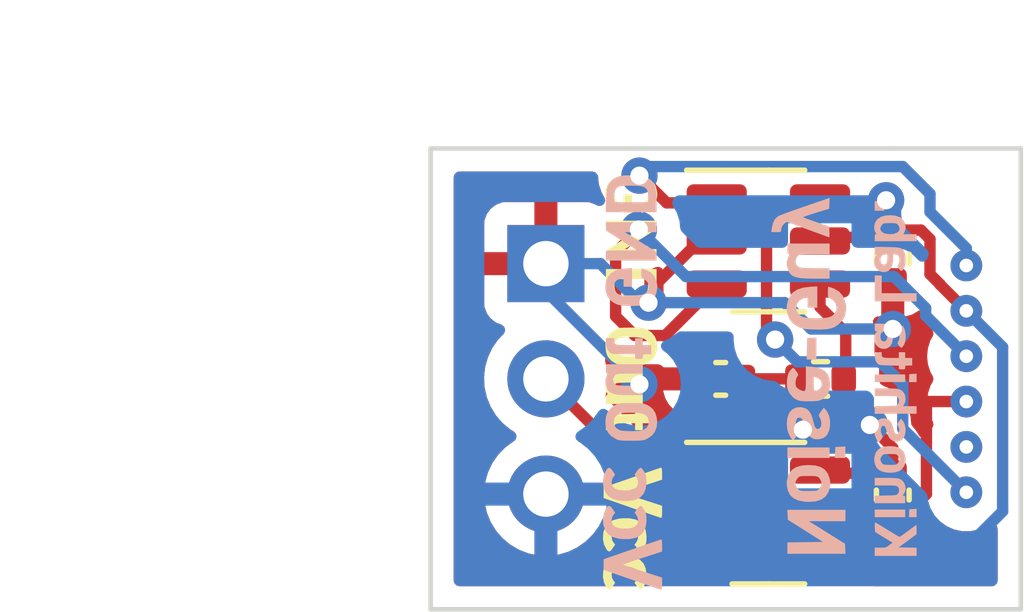
<source format=kicad_pcb>
(kicad_pcb (version 20211014) (generator pcbnew)
  (title_block (title "Noise-Guy") (date "2022-11-19") (rev "20221119") (company "Kinoshita Laboratory"))
  (layers (0 "F.Cu" signal) (31 "B.Cu" signal) (34 "B.Paste" user) (35 "F.Paste" user) (36 "B.SilkS" user "B.Silkscreen") (37 "F.SilkS" user "F.Silkscreen") (38 "B.Mask" user) (39 "F.Mask" user) (44 "Edge.Cuts" user))
  (net 0 "")
  (net 1 "VCC")
  (net 2 "GND")
  (net 3 "Net-(C3-Pad1)")
  (net 4 "buf_out")
  (net 5 "out")
  (net 6 "MOSI")
  (net 7 "SCK")
  (net 9 "~{RESET}")
  (footprint "silk:Out" (layer "F.Cu") (at 117.328 71.018833 -90)
    (fp_text reference "G***" hide)
    (fp_text value "LOGO" hide)
  )
  (footprint "Resistor_SMD:R_0402_1005Metric" (layer "F.Cu") (at 121.6 71.04 180)
    (fp_text reference "R1" hide)
    (fp_text value "15" hide)
    (pad "1" smd roundrect (at -0.51 0 180) (size 0.54 0.64) (layers "F.Cu" "F.Paste" "F.Mask") (net 5 "out"))
    (pad "2" smd roundrect (at 0.51 0 180) (size 0.54 0.64) (layers "F.Cu" "F.Paste" "F.Mask") (net 3 "Net-(C3-Pad1)"))
  )
  (footprint "Package_TO_SOT_SMD:SOT-23-5" (layer "F.Cu") (at 120.45 74)
    (fp_text reference "U2" hide)
    (fp_text value "LM321" hide)
    (pad "1" smd roundrect (at -1.1375 -0.95) (size 1.325 0.6) (layers "F.Cu" "F.Paste" "F.Mask") (net 3 "Net-(C3-Pad1)"))
    (pad "2" smd roundrect (at -1.1375 0) (size 1.325 0.6) (layers "F.Cu" "F.Paste" "F.Mask") (net 2 "GND"))
    (pad "3" smd roundrect (at -1.1375 0.95) (size 1.325 0.6) (layers "F.Cu" "F.Paste" "F.Mask") (net 4 "buf_out"))
    (pad "4" smd roundrect (at 1.1375 0.95) (size 1.325 0.6) (layers "F.Cu" "F.Paste" "F.Mask") (net 4 "buf_out"))
    (pad "5" smd roundrect (at 1.1375 -0.95) (size 1.325 0.6) (layers "F.Cu" "F.Paste" "F.Mask") (net 1 "VCC"))
  )
  (footprint "Connector_PinHeader_2.54mm:PinHeader_1x03_P2.54mm_Vertical" (layer "F.Cu") (at 115.55 68.5)
    (fp_text reference "J1" hide)
    (fp_text value "Conn_01x03" hide)
    (pad "1" thru_hole rect (at 0 0) (size 1.7 1.7) (drill 1) (layers *.Cu *.Mask) (net 2 "GND"))
    (pad "2" thru_hole oval locked (at 0 2.54) (size 1.7 1.7) (drill 1) (layers *.Cu *.Mask) (net 4 "buf_out"))
    (pad "3" thru_hole oval (at 0 5.08) (size 1.7 1.7) (drill 1) (layers *.Cu *.Mask) (net 1 "VCC"))
  )
  (footprint "Capacitor_SMD:C_0402_1005Metric" (layer "F.Cu") (at 119.4 71.04 180)
    (fp_text reference "C3" hide)
    (fp_text value "100n" hide)
    (pad "1" smd roundrect (at -0.48 0 180) (size 0.56 0.62) (layers "F.Cu" "F.Paste" "F.Mask") (net 3 "Net-(C3-Pad1)"))
    (pad "2" smd roundrect (at 0.48 0 180) (size 0.56 0.62) (layers "F.Cu" "F.Paste" "F.Mask") (net 2 "GND"))
  )
  (footprint "Capacitor_SMD:C_0402_1005Metric" (layer "F.Cu") (at 123.19 73.6 -90)
    (fp_text reference "C1" hide)
    (fp_text value "100n" hide)
    (pad "1" smd roundrect (at -0.48 0 270) (size 0.56 0.62) (layers "F.Cu" "F.Paste" "F.Mask") (net 1 "VCC"))
    (pad "2" smd roundrect (at 0.48 0 270) (size 0.56 0.62) (layers "F.Cu" "F.Paste" "F.Mask") (net 2 "GND"))
  )
  (footprint "Package_TO_SOT_SMD:SOT-23-6" (layer "F.Cu") (at 120.45 68)
    (fp_text reference "U1" hide)
    (fp_text value "ATtiny10-TS" hide)
    (pad "1" smd roundrect (at -1.1375 -0.95) (size 1.325 0.6) (layers "F.Cu" "F.Paste" "F.Mask") (net 6 "MOSI"))
    (pad "2" smd roundrect (at -1.1375 0) (size 1.325 0.6) (layers "F.Cu" "F.Paste" "F.Mask") (net 2 "GND"))
    (pad "3" smd roundrect (at -1.1375 0.95) (size 1.325 0.6) (layers "F.Cu" "F.Paste" "F.Mask") (net 7 "SCK"))
    (pad "4" smd roundrect (at 1.1375 0.95) (size 1.325 0.6) (layers "F.Cu" "F.Paste" "F.Mask") (net 5 "out"))
    (pad "5" smd roundrect (at 1.1375 0) (size 1.325 0.6) (layers "F.Cu" "F.Paste" "F.Mask") (net 1 "VCC"))
    (pad "6" smd roundrect (at 1.1375 -0.95) (size 1.325 0.6) (layers "F.Cu" "F.Paste" "F.Mask") (net 9 "~{RESET}"))
  )
  (footprint "silk:GND" (layer "F.Cu") (at 117.328 67.992 -90)
    (fp_text reference "G***" hide)
    (fp_text value "LOGO" hide)
  )
  (footprint "silk:VCC" (layer "F.Cu") (at 117.328 74.342 -90)
    (fp_text reference "G***" hide)
    (fp_text value "LOGO" hide)
  )
  (footprint "noise-guy:conn_01x06_attiny_JIG" (layer "F.Cu") (at 124.81 71.04 -90)
    (fp_text reference "J2" hide)
    (fp_text value "Conn_01x06" hide)
    (pad "1" thru_hole circle (at -2.5 0 270) (size 0.7 0.7) (drill 0.3) (layers *.Cu *.Mask) (net 6 "MOSI"))
    (pad "2" thru_hole circle (at -1.5 0 270) (size 0.7 0.7) (drill 0.3) (layers *.Cu *.Mask) (net 1 "VCC"))
    (pad "3" thru_hole circle (at -0.5 0 270) (size 0.7 0.7) (drill 0.3) (layers *.Cu *.Mask) (net 7 "SCK"))
    (pad "4" thru_hole circle (at 0.5 0 270) (size 0.7 0.7) (drill 0.3) (layers *.Cu *.Mask) (net 2 "GND"))
    (pad "5" thru_hole circle (at 1.5 0 270) (size 0.7 0.7) (drill 0.3) (layers *.Cu *.Mask))
    (pad "6" thru_hole circle (at 2.5 0 270) (size 0.7 0.7) (drill 0.3) (layers *.Cu *.Mask) (net 9 "~{RESET}"))
  )
  (footprint "Capacitor_SMD:C_0402_1005Metric" (layer "F.Cu") (at 123.19 68.4 -90)
    (fp_text reference "C2" hide)
    (fp_text value "100n" hide)
    (pad "1" smd roundrect (at -0.48 0 270) (size 0.56 0.62) (layers "F.Cu" "F.Paste" "F.Mask") (net 1 "VCC"))
    (pad "2" smd roundrect (at 0.48 0 270) (size 0.56 0.62) (layers "F.Cu" "F.Paste" "F.Mask") (net 2 "GND"))
  )
  (footprint "silk:GND" (layer "B.Cu") (at 117.328 67.992 90)
    (fp_text reference "G***" hide)
    (fp_text value "LOGO" hide)
  )
  (footprint "silk:Noise-Guy" (layer "B.Cu") (at 121.392 71.04 90)
    (fp_text reference "G***" hide)
    (fp_text value "LOGO" hide)
  )
  (footprint "silk:Out" (layer "B.Cu") (at 117.328 71.294 90)
    (fp_text reference "G***" hide)
    (fp_text value "LOGO" hide)
  )
  (footprint "silk:VCC" (layer "B.Cu") (at 117.328 74.342 90)
    (fp_text reference "G***" hide)
    (fp_text value "LOGO" hide)
  )
  (footprint "silk:kinoshita" (layer "B.Cu") (at 123.17 71.04 90)
    (fp_text reference "G***" hide)
    (fp_text value "LOGO" hide)
  )
  (gr_line (start 126.01 76.12) (end 126.01 65.96) (layer "Edge.Cuts") (width 0.1))
  (gr_line (start 113.01 65.96) (end 123.17 65.96) (layer "Edge.Cuts") (width 0.1))
  (gr_line (start 126.01 76.12) (end 113.01 76.12) (layer "Edge.Cuts") (width 0.1))
  (gr_line (start 123.17 65.96) (end 126.01 65.96) (layer "Edge.Cuts") (width 0.1))
  (gr_line (start 113.01 76.12) (end 113.01 65.96) (layer "Edge.Cuts") (width 0.1))
  (segment (start 124.81 69.54) (end 124.23 68.96) (width 0.25) (layer "F.Cu") (net 1))
  (segment (start 121.6675 67.92) (end 121.5875 68) (width 0.25) (layer "F.Cu") (net 1))
  (segment (start 123.19 67.92) (end 123.19 67.25) (width 0.25) (layer "F.Cu") (net 1))
  (segment (start 124.23 68.952391) (end 124.01 68.732391) (width 0.25) (layer "F.Cu") (net 1))
  (segment (start 123.19 67.25) (end 123.043 67.103) (width 0.25) (layer "F.Cu") (net 1))
  (segment (start 123.19 73.12) (end 123.19 72.5605) (width 0.25) (layer "F.Cu") (net 1))
  (segment (start 123.19 72.5605) (end 122.6855 72.056) (width 0.25) (layer "F.Cu") (net 1))
  (segment (start 121.5875 72.5375) (end 121.21 72.16) (width 0.25) (layer "F.Cu") (net 1))
  (segment (start 123.81 67.76) (end 123.35 67.76) (width 0.25) (layer "F.Cu") (net 1))
  (segment (start 123.19 73.12) (end 121.6575 73.12) (width 0.25) (layer "F.Cu") (net 1))
  (segment (start 124.01 68.732391) (end 124.01 67.96) (width 0.25) (layer "F.Cu") (net 1))
  (segment (start 121.6575 73.12) (end 121.5875 73.05) (width 0.25) (layer "F.Cu") (net 1))
  (segment (start 124.01 67.96) (end 123.81 67.76) (width 0.25) (layer "F.Cu") (net 1))
  (segment (start 123.35 67.76) (end 123.19 67.92) (width 0.25) (layer "F.Cu") (net 1))
  (segment (start 121.5875 73.05) (end 121.5875 72.5375) (width 0.25) (layer "F.Cu") (net 1))
  (segment (start 123.19 67.92) (end 121.6675 67.92) (width 0.25) (layer "F.Cu") (net 1))
  (segment (start 124.23 68.96) (end 124.23 68.952391) (width 0.25) (layer "F.Cu") (net 1))
  (via (at 122.6855 72.056) (size 0.8) (drill 0.4) (layers "F.Cu" "B.Cu") (net 1))
  (via (at 123.043 67.103) (size 0.8) (drill 0.4) (layers "F.Cu" "B.Cu") (net 1))
  (via (at 121.21 72.16) (size 0.8) (drill 0.4) (layers "F.Cu" "B.Cu") (net 1))
  (segment (start 125.61 73.96) (end 125.61 70.34) (width 0.25) (layer "B.Cu") (net 1))
  (segment (start 120.41 73.56) (end 121.81 74.96) (width 0.25) (layer "B.Cu") (net 1))
  (segment (start 125.61 70.34) (end 124.81 69.54) (width 0.25) (layer "B.Cu") (net 1))
  (segment (start 120.61 72.16) (end 120.41 72.36) (width 0.25) (layer "B.Cu") (net 1))
  (segment (start 120.41 72.36) (end 120.41 73.56) (width 0.25) (layer "B.Cu") (net 1))
  (segment (start 124.61 74.96) (end 125.61 73.96) (width 0.25) (layer "B.Cu") (net 1))
  (segment (start 121.81 74.96) (end 124.61 74.96) (width 0.25) (layer "B.Cu") (net 1))
  (segment (start 121.21 72.16) (end 120.61 72.16) (width 0.25) (layer "B.Cu") (net 1))
  (segment (start 119.3925 74.08) (end 119.3125 74) (width 0.25) (layer "F.Cu") (net 2))
  (segment (start 123.432 74.08) (end 123.19 74.08) (width 0.25) (layer "F.Cu") (net 2))
  (segment (start 123.19 74.08) (end 123.197609 74.08) (width 0.25) (layer "F.Cu") (net 2))
  (segment (start 118.928249 68) (end 117.81 69.118249) (width 0.25) (layer "F.Cu") (net 2))
  (segment (start 123.19 70.806) (end 123.932 71.548) (width 0.25) (layer "F.Cu") (net 2))
  (segment (start 123.19 74.08) (end 119.3925 74.08) (width 0.25) (layer "F.Cu") (net 2))
  (segment (start 123.19 69.94) (end 123.19 70.806) (width 0.25) (layer "F.Cu") (net 2))
  (segment (start 123.197609 74.08) (end 123.205609 74.088) (width 0.25) (layer "F.Cu") (net 2))
  (segment (start 123.932 71.548) (end 123.932 73.58) (width 0.25) (layer "F.Cu") (net 2))
  (segment (start 123.932 73.58) (end 123.432 74.08) (width 0.25) (layer "F.Cu") (net 2))
  (segment (start 123.19 68.88) (end 123.19 69.94) (width 0.25) (layer "F.Cu") (net 2))
  (segment (start 123.198 74.088) (end 123.19 74.08) (width 0.25) (layer "F.Cu") (net 2))
  (segment (start 123.94 71.54) (end 123.932 71.548) (width 0.25) (layer "F.Cu") (net 2))
  (segment (start 117.81 69.118249) (end 117.81 69.36) (width 0.25) (layer "F.Cu") (net 2))
  (segment (start 119.3125 68) (end 118.928249 68) (width 0.25) (layer "F.Cu") (net 2))
  (segment (start 124.81 71.54) (end 123.94 71.54) (width 0.25) (layer "F.Cu") (net 2))
  (via (at 117.81 69.36) (size 0.8) (drill 0.4) (layers "F.Cu" "B.Cu") (net 2))
  (via (at 123.19 69.94) (size 0.8) (drill 0.4) (layers "F.Cu" "B.Cu") (net 2))
  (via (at 117.61 71.16) (size 0.8) (drill 0.4) (layers "F.Cu" "B.Cu") (net 2))
  (segment (start 121.39 69.94) (end 120.81 69.36) (width 0.25) (layer "B.Cu") (net 2))
  (segment (start 120.81 69.36) (end 117.81 69.36) (width 0.25) (layer "B.Cu") (net 2))
  (segment (start 115.55 68.5) (end 115.55 69.1) (width 0.25) (layer "B.Cu") (net 2))
  (segment (start 117.61 69.36) (end 116.75 68.5) (width 0.25) (layer "B.Cu") (net 2))
  (segment (start 123.19 69.94) (end 121.39 69.94) (width 0.25) (layer "B.Cu") (net 2))
  (segment (start 115.55 69.1) (end 117.61 71.16) (width 0.25) (layer "B.Cu") (net 2))
  (segment (start 117.81 69.36) (end 117.61 69.36) (width 0.25) (layer "B.Cu") (net 2))
  (segment (start 116.75 68.5) (end 115.55 68.5) (width 0.25) (layer "B.Cu") (net 2))
  (segment (start 119.88 72.044) (end 119.88 71.04) (width 0.25) (layer "F.Cu") (net 3))
  (segment (start 119.3125 72.6115) (end 119.88 72.044) (width 0.25) (layer "F.Cu") (net 3))
  (segment (start 119.3125 73.05) (end 119.3125 72.6115) (width 0.25) (layer "F.Cu") (net 3))
  (segment (start 121.09 71.04) (end 119.88 71.04) (width 0.25) (layer "F.Cu") (net 3))
  (segment (start 117.074 72.564) (end 115.55 71.04) (width 0.25) (layer "F.Cu") (net 4))
  (segment (start 121.5875 74.95) (end 119.3125 74.95) (width 0.25) (layer "F.Cu") (net 4))
  (segment (start 119.3125 74.95) (end 118.19 74.95) (width 0.25) (layer "F.Cu") (net 4))
  (segment (start 118.19 74.95) (end 117.074 73.834) (width 0.25) (layer "F.Cu") (net 4))
  (segment (start 117.074 73.834) (end 117.074 72.564) (width 0.25) (layer "F.Cu") (net 4))
  (segment (start 121.5875 68.95) (end 121.5875 69.4575) (width 0.25) (layer "F.Cu") (net 5))
  (segment (start 121.5875 69.4575) (end 122.154 70.024) (width 0.25) (layer "F.Cu") (net 5))
  (segment (start 122.154 70.024) (end 122.154 70.996) (width 0.25) (layer "F.Cu") (net 5))
  (segment (start 122.154 70.996) (end 122.11 71.04) (width 0.25) (layer "F.Cu") (net 5))
  (segment (start 119.2025 67.16) (end 119.3125 67.05) (width 0.25) (layer "F.Cu") (net 6))
  (segment (start 118.21 67.16) (end 119.2025 67.16) (width 0.25) (layer "F.Cu") (net 6))
  (segment (start 117.61 66.56) (end 118.21 67.16) (width 0.25) (layer "F.Cu") (net 6))
  (via (at 117.61 66.56) (size 0.8) (drill 0.4) (layers "F.Cu" "B.Cu") (net 6))
  (segment (start 119.41 66.36) (end 117.81 66.36) (width 0.25) (layer "B.Cu") (net 6))
  (segment (start 124.81 68.16) (end 124.01 67.36) (width 0.25) (layer "B.Cu") (net 6))
  (segment (start 117.81 66.36) (end 117.61 66.56) (width 0.25) (layer "B.Cu") (net 6))
  (segment (start 124.01 67.36) (end 124.01 66.96) (width 0.25) (layer "B.Cu") (net 6))
  (segment (start 124.81 68.54) (end 124.81 68.16) (width 0.25) (layer "B.Cu") (net 6))
  (segment (start 123.41 66.36) (end 119.41 66.36) (width 0.25) (layer "B.Cu") (net 6))
  (segment (start 124.01 66.96) (end 123.41 66.36) (width 0.25) (layer "B.Cu") (net 6))
  (segment (start 117.509902 70.0845) (end 117.0855 69.660098) (width 0.25) (layer "F.Cu") (net 7))
  (segment (start 119.3125 68.95) (end 118.178 70.0845) (width 0.25) (layer "F.Cu") (net 7))
  (segment (start 117.0855 69.660098) (end 117.0855 68.259902) (width 0.25) (layer "F.Cu") (net 7))
  (segment (start 117.0855 68.259902) (end 117.597701 67.747701) (width 0.25) (layer "F.Cu") (net 7))
  (segment (start 118.178 70.0845) (end 117.509902 70.0845) (width 0.25) (layer "F.Cu") (net 7))
  (via (at 117.597701 67.747701) (size 0.8) (drill 0.4) (layers "F.Cu" "B.Cu") (net 7))
  (segment (start 123.220097 68.785499) (end 118.635499 68.785499) (width 0.25) (layer "B.Cu") (net 7))
  (segment (start 123.9145 69.6445) (end 123.9145 69.479902) (width 0.25) (layer "B.Cu") (net 7))
  (segment (start 123.9145 69.479902) (end 123.220097 68.785499) (width 0.25) (layer "B.Cu") (net 7))
  (segment (start 118.635499 68.785499) (end 117.597701 67.747701) (width 0.25) (layer "B.Cu") (net 7))
  (segment (start 124.81 70.54) (end 123.9145 69.6445) (width 0.25) (layer "B.Cu") (net 7))
  (segment (start 120.41 67.76) (end 120.41 69.984598) (width 0.25) (layer "F.Cu") (net 9))
  (segment (start 121.5875 67.05) (end 121.12 67.05) (width 0.25) (layer "F.Cu") (net 9))
  (segment (start 121.12 67.05) (end 120.41 67.76) (width 0.25) (layer "F.Cu") (net 9))
  (segment (start 120.41 69.984598) (end 120.598389 70.172987) (width 0.25) (layer "F.Cu") (net 9))
  (via (at 120.598389 70.172987) (size 0.8) (drill 0.4) (layers "F.Cu" "B.Cu") (net 9))
  (segment (start 123.41 72.14) (end 123.41 71.16) (width 0.25) (layer "B.Cu") (net 9))
  (segment (start 121.089902 70.6645) (end 120.598389 70.172987) (width 0.25) (layer "B.Cu") (net 9))
  (segment (start 124.81 73.54) (end 123.41 72.14) (width 0.25) (layer "B.Cu") (net 9))
  (segment (start 123.41 71.16) (end 122.9145 70.6645) (width 0.25) (layer "B.Cu") (net 9))
  (segment (start 122.9145 70.6645) (end 121.089902 70.6645) (width 0.25) (layer "B.Cu") (net 9))
  (zone (net 0) (net_name "") (layer "F.Cu") (connect_pads (clearance 0)) (min_thickness 0.254)
    (keepout (tracks allowed) (vias allowed) (pads allowed) (copperpour not_allowed) (footprints allowed))
    (fill (thermal_gap 0.508) (thermal_bridge_width 0.508))
    (polygon (pts (xy 120.122 68.5) (xy 118.344 68.5) (xy 118.344 67.484) (xy 120.122 67.484)))
  )
  (zone (net 0) (net_name "") (layer "F.Cu") (connect_pads (clearance 0)) (min_thickness 0.254)
    (keepout (tracks allowed) (vias allowed) (pads allowed) (copperpour not_allowed) (footprints allowed))
    (fill (thermal_gap 0.508) (thermal_bridge_width 0.508))
    (polygon (pts (xy 120.122 74.342) (xy 118.598 74.342) (xy 118.598 73.58) (xy 120.122 73.58)))
  )
  (zone (net 2) (net_name "GND") (layer "F.Cu") (connect_pads (clearance 0.508)) (min_thickness 0.254) (fill yes (thermal_gap 0.508) (thermal_bridge_width 0.508))
    (polygon (pts (xy 125.61 76.12) (xy 113.01 76.12) (xy 113.01 65.96) (xy 125.61 65.96)))
  )
  (zone (net 1) (net_name "VCC") (layer "B.Cu") (connect_pads (clearance 0.508)) (min_thickness 0.254) (fill yes (thermal_gap 0.508) (thermal_bridge_width 0.508))
    (polygon (pts (xy 125.61 76.12) (xy 113.01 76.12) (xy 113.01 65.96) (xy 125.61 65.96)))
  )
  (zone (net 0) (net_name "") (layer "B.Cu") (connect_pads (clearance 0)) (min_thickness 0.254)
    (keepout (tracks allowed) (vias allowed) (pads allowed) (copperpour not_allowed) (footprints allowed))
    (fill (thermal_gap 0.508) (thermal_bridge_width 0.508))
    (polygon (pts (xy 122.281 68.373) (xy 120.884 68.373) (xy 120.884 67.611) (xy 122.281 67.611)))
  )
  (zone (net 0) (net_name "") (layer "B.Cu") (connect_pads (clearance 0)) (min_thickness 0.254)
    (keepout (tracks allowed) (vias allowed) (pads allowed) (copperpour not_allowed) (footprints allowed))
    (fill (thermal_gap 0.508) (thermal_bridge_width 0.508))
    (polygon (pts (xy 122.281 73.453) (xy 120.884 73.453) (xy 120.884 72.691) (xy 122.281 72.691)))
  )
)
</source>
